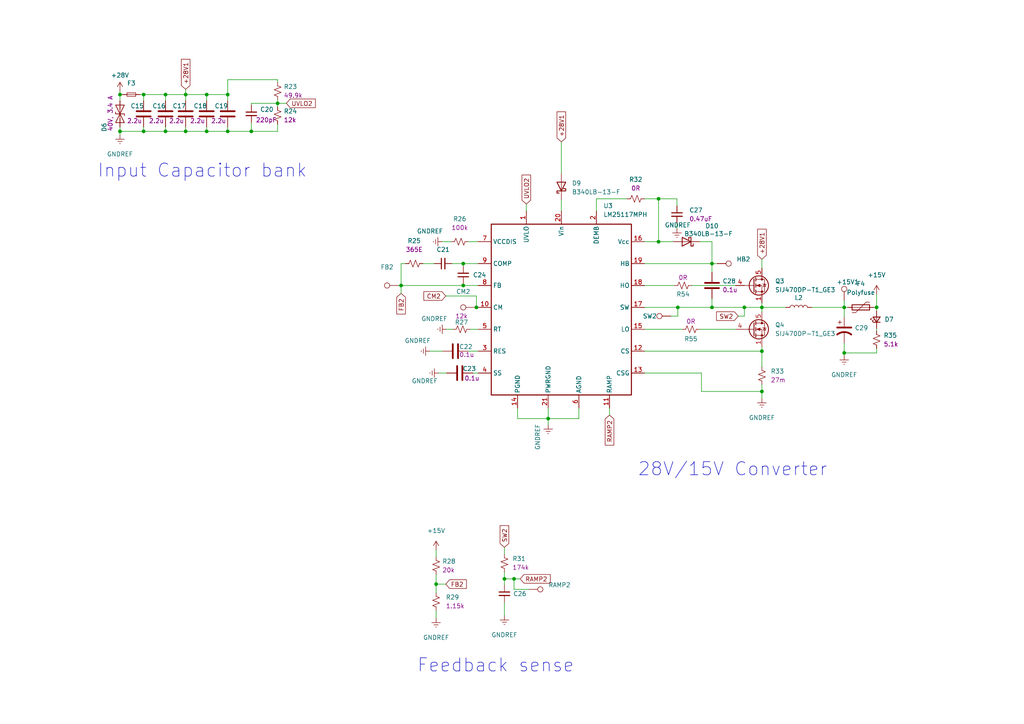
<source format=kicad_sch>
(kicad_sch (version 20211123) (generator eeschema)
  (paper "A4")
  (title_block (title "CON0100") (date "2023-01-12") (rev "V1.0") (company "Ati motors Pvt Ltd") (comment 1 "Aslesh Kumar A") (comment 2 "Designed By ") (comment 3 "Sudhir P") (comment 4 "Reviewed By") (comment 5 "Naveen ") (comment 6 "Approved by"))
  (lib_symbols
    (symbol "Ati:C_0.22uF_RAD_50V_20%" (pin_numbers hide) (pin_names (offset 0.254) hide)
      (property "Reference" "C14" (at 3.048 0.6351 0))
      (symbol "C_0.22uF_RAD_50V_20%_0_1"
        (polyline (pts (xy -2.032 0.762) (xy 2.032 0.762)) (stroke (width 0.508)))
        (polyline (pts (xy -1.778 2.286) (xy -0.762 2.286)))
        (polyline (pts (xy -1.27 1.778) (xy -1.27 2.794)))
        (arc (start 2.032 -1.27) (mid 0 -0.5572) (end -2.032 -1.27) (stroke (width 0.508)))
      )
      (symbol "C_0.22uF_RAD_50V_20%_1_1"
        (pin passive line (at 0 3.81 270) (length 2.794) (name "~") (number "1"))
        (pin passive line (at 0 -3.81 90) (length 3.302) (name "~") (number "2"))
      )
    )
    (symbol "Ati:C_0603_0.47uF_25V_CGA3E3X7R1E474K080AB" (pin_numbers hide) (pin_names (offset 0.254) hide)
      (property "Reference" "C39" (at 0 -5.588 90))
      (property "Val" "0.47uF" (at -0.508 -3.556 90))
      (symbol "C_0603_0.47uF_25V_CGA3E3X7R1E474K080AB_0_1"
        (polyline (pts (xy -1.524 -0.508) (xy 1.524 -0.508)) (stroke (width 0.3302)))
        (polyline (pts (xy -1.524 0.508) (xy 1.524 0.508)) (stroke (width 0.3048)))
      )
      (symbol "C_0603_0.47uF_25V_CGA3E3X7R1E474K080AB_1_1"
        (pin passive line (at 0 2.54 270) (length 2.032) (name "~") (number "1"))
        (pin passive line (at 0 -2.54 90) (length 2.032) (name "~") (number "2"))
      )
    )
    (symbol "Ati:C_0603_220pF_50V_ECJ-1VC1H221J" (pin_numbers hide) (pin_names (offset 0.254) hide)
      (property "Reference" "C6" (at 2.54 1.2638 0))
      (property "Val" "220pF" (at 1.27 -1.778 0))
      (symbol "C_0603_220pF_50V_ECJ-1VC1H221J_0_1"
        (polyline (pts (xy -1.524 -0.508) (xy 1.524 -0.508)) (stroke (width 0.3302)))
        (polyline (pts (xy -1.524 0.508) (xy 1.524 0.508)) (stroke (width 0.3048)))
      )
      (symbol "C_0603_220pF_50V_ECJ-1VC1H221J_1_1"
        (pin passive line (at 0 2.54 270) (length 2.032) (name "~") (number "1"))
        (pin passive line (at 0 -2.54 90) (length 2.032) (name "~") (number "2"))
      )
    )
    (symbol "Ati:C_150pF_0805_08055A151J4T4A" (pin_numbers hide) (pin_names (offset 0.254) hide)
      (property "Reference" "C24" (at 2.794 0.0065 0))
      (symbol "C_150pF_0805_08055A151J4T4A_0_1"
        (polyline (pts (xy -1.524 -0.508) (xy 1.524 -0.508)) (stroke (width 0.3302)))
        (polyline (pts (xy -1.524 0.508) (xy 1.524 0.508)) (stroke (width 0.3048)))
      )
      (symbol "C_150pF_0805_08055A151J4T4A_1_1"
        (pin passive line (at 0 2.54 270) (length 2.032) (name "~") (number "1"))
        (pin passive line (at 0 -2.54 90) (length 2.032) (name "~") (number "2"))
      )
    )
    (symbol "Ati:C_2.2u_1206_GCJ31CR71H225KA12L" (pin_numbers hide) (pin_names (offset 0.254))
      (property "Reference" "C19" (at 1.27 2.286 0))
      (property "Val" "2.2u" (at 0.254 -2.286 0))
      (symbol "C_2.2u_1206_GCJ31CR71H225KA12L_0_1"
        (polyline (pts (xy -2.032 -0.762) (xy 2.032 -0.762)) (stroke (width 0.508)))
        (polyline (pts (xy -2.032 0.762) (xy 2.032 0.762)) (stroke (width 0.508)))
      )
      (symbol "C_2.2u_1206_GCJ31CR71H225KA12L_1_1"
        (pin passive line (at 0 3.81 270) (length 2.794) (name "~") (number "1"))
        (pin passive line (at 0 -3.81 90) (length 2.794) (name "~") (number "2"))
      )
    )
    (symbol "Ati:C_4700pF_0805_CL21C472JAFNNNE" (pin_numbers hide) (pin_names (offset 0.254) hide)
      (property "Reference" "C21" (at 0.0063 4.064 90))
      (symbol "C_4700pF_0805_CL21C472JAFNNNE_0_1"
        (polyline (pts (xy -1.524 -0.508) (xy 1.524 -0.508)) (stroke (width 0.3302)))
        (polyline (pts (xy -1.524 0.508) (xy 1.524 0.508)) (stroke (width 0.3048)))
      )
      (symbol "C_4700pF_0805_CL21C472JAFNNNE_1_1"
        (pin passive line (at 0 2.54 270) (length 2.032) (name "~") (number "1"))
        (pin passive line (at 0 -2.54 90) (length 2.032) (name "~") (number "2"))
      )
    )
    (symbol "Ati:C_820pF_0603_50V_GCM1885C1H821JA16D" (pin_numbers hide) (pin_names (offset 0.254) hide)
      (property "Reference" "C36" (at 0 2.794 90))
      (property "Val" "820pF" (at -0.254 -2.54 90))
      (symbol "C_820pF_0603_50V_GCM1885C1H821JA16D_0_1"
        (polyline (pts (xy -1.524 -0.508) (xy 1.524 -0.508)) (stroke (width 0.3302)))
        (polyline (pts (xy -1.524 0.508) (xy 1.524 0.508)) (stroke (width 0.3048)))
      )
      (symbol "C_820pF_0603_50V_GCM1885C1H821JA16D_1_1"
        (pin passive line (at 0 2.54 270) (length 2.032) (name "~") (number "1"))
        (pin passive line (at 0 -2.54 90) (length 2.032) (name "~") (number "2"))
      )
    )
    (symbol "Ati:D_LED_0603_Green_150060GS75000" (pin_numbers hide) (pin_names (offset 0.254) hide)
      (property "Reference" "D3" (at -0.0635 4.064 0))
      (symbol "D_LED_0603_Green_150060GS75000_0_1"
        (polyline (pts (xy -0.762 -1.016) (xy -0.762 1.016)) (stroke (width 0.254)))
        (polyline (pts (xy 1.016 0) (xy -0.762 0)))
        (polyline (pts (xy 0.762 -1.016) (xy -0.762 0) (xy 0.762 1.016) (xy 0.762 -1.016)) (stroke (width 0.254)))
        (polyline (pts (xy 0 0.762) (xy -0.508 1.27) (xy -0.254 1.27) (xy -0.508 1.27) (xy -0.508 1.016)))
        (polyline (pts (xy 0.508 1.27) (xy 0 1.778) (xy 0.254 1.778) (xy 0 1.778) (xy 0 1.524)))
      )
      (symbol "D_LED_0603_Green_150060GS75000_1_1"
        (pin passive line (at -2.54 0 0) (length 1.778) (name "K") (number "1"))
        (pin passive line (at 2.54 0 180) (length 1.778) (name "A") (number "2"))
      )
    )
    (symbol "Ati:Fuse_1206_SlowBlow_SF-1206SA350M-2" (pin_numbers hide) (pin_names (offset 0.254) hide)
      (property "Reference" "F1" (at 0 5.842 0))
      (symbol "Fuse_1206_SlowBlow_SF-1206SA350M-2_0_1"
        (rectangle (start -1.27 0.508) (end 1.27 -0.508))
        (polyline (pts (xy -1.27 0) (xy 1.27 0)))
      )
      (symbol "Fuse_1206_SlowBlow_SF-1206SA350M-2_1_1"
        (pin passive line (at -2.54 0 0) (length 1.27) (name "~") (number "1"))
        (pin passive line (at 2.54 0 180) (length 1.27) (name "~") (number "2"))
      )
    )
    (symbol "Ati:LM25117MPH"
      (property "Reference" "U" (at 0 24.13 0))
      (property "Value" "LM25117MPH" (at 0 26.67 0))
      (symbol "LM25117MPH_0_1"
        (rectangle (start -20.32 49.53) (end 20.32 0) (stroke (width 0.3)))
      )
      (symbol "LM25117MPH_1_1"
        (pin input line (at -10.16 53.34 270) (length 3.8) (name "UVLO") (number "1"))
        (pin input line (at -24.13 25.4 0) (length 3.8) (name "CM") (number "10"))
        (pin input line (at 13.97 -3.81 90) (length 3.8) (name "RAMP") (number "11"))
        (pin input line (at 24.13 12.7 180) (length 3.8) (name "CS") (number "12"))
        (pin input line (at 24.13 6.35 180) (length 3.8) (name "CSG") (number "13"))
        (pin input line (at -12.7 -3.81 90) (length 3.8) (name "PGND") (number "14"))
        (pin input line (at 24.13 19.05 180) (length 3.8) (name "LO") (number "15"))
        (pin input line (at 24.13 44.45 180) (length 3.8) (name "Vcc") (number "16"))
        (pin input line (at 24.13 25.4 180) (length 3.8) (name "SW") (number "17"))
        (pin input line (at 24.13 31.75 180) (length 3.8) (name "HO") (number "18"))
        (pin input line (at 24.13 38.1 180) (length 3.8) (name "HB") (number "19"))
        (pin input line (at 10.16 53.34 270) (length 3.8) (name "DEMB") (number "2"))
        (pin input line (at 0 53.34 270) (length 3.8) (name "Vin") (number "20"))
        (pin input line (at -3.81 -3.81 90) (length 3.8) (name "PWRGND") (number "21"))
        (pin input line (at -24.13 12.7 0) (length 3.8) (name "RES") (number "3"))
        (pin input line (at -24.13 6.35 0) (length 3.8) (name "SS") (number "4"))
        (pin input line (at -24.13 19.05 0) (length 3.8) (name "RT") (number "5"))
        (pin input line (at 5.08 -3.81 90) (length 3.8) (name "AGND") (number "6"))
        (pin input line (at -24.13 44.45 0) (length 3.8) (name "VCCDIS") (number "7"))
        (pin input line (at -24.13 31.75 0) (length 3.8) (name "FB") (number "8"))
        (pin input line (at -24.13 38.1 0) (length 3.8) (name "COMP") (number "9"))
      )
    )
    (symbol "Ati:L_33uH_3A_60mOhms_SMD_12.5mmx12.5mm" (pin_numbers hide) (pin_names (offset 1.016) hide)
      (property "Reference" "L2" (at 0 2.794 90))
      (symbol "L_33uH_3A_60mOhms_SMD_12.5mmx12.5mm_0_1"
        (arc (start 0 -2.54) (mid 0.635 -1.905) (end 0 -1.27))
        (arc (start 0 -1.27) (mid 0.635 -0.635) (end 0 0))
        (arc (start 0 0) (mid 0.635 0.635) (end 0 1.27))
        (arc (start 0 1.27) (mid 0.635 1.905) (end 0 2.54))
      )
      (symbol "L_33uH_3A_60mOhms_SMD_12.5mmx12.5mm_1_1"
        (pin passive line (at 0 3.81 270) (length 1.27) (name "1") (number "1"))
        (pin passive line (at 0 -3.81 90) (length 1.27) (name "2") (number "2"))
      )
    )
    (symbol "Ati:R_0R_0603_ERJ-3GEY0R00V" (pin_numbers hide) (pin_names (offset 0.254) hide)
      (property "Reference" "R" (at 0.762 0.508 0))
      (property "Val" "0R" (at 2.54 0 0))
      (symbol "R_0R_0603_ERJ-3GEY0R00V_1_1"
        (polyline (pts (xy 0 0) (xy 1.016 -0.381) (xy 0 -0.762) (xy -1.016 -1.143) (xy 0 -1.524)))
        (polyline (pts (xy 0 1.524) (xy 1.016 1.143) (xy 0 0.762) (xy -1.016 0.381) (xy 0 0)))
        (pin passive line (at 0 2.54 270) (length 1.016) (name "~") (number "1"))
        (pin passive line (at 0 -2.54 90) (length 1.016) (name "~") (number "2"))
      )
    )
    (symbol "Ati:R_1.15k_0603_ERJ-3EKF1151V" (pin_numbers hide) (pin_names (offset 0.254) hide)
      (property "Reference" "R29" (at 2.794 1.2701 0))
      (property "Val" "1.15k" (at 2.794 -1.2699 0))
      (symbol "R_1.15k_0603_ERJ-3EKF1151V_1_1"
        (polyline (pts (xy 0 0) (xy 1.016 -0.381) (xy 0 -0.762) (xy -1.016 -1.143) (xy 0 -1.524)))
        (polyline (pts (xy 0 1.524) (xy 1.016 1.143) (xy 0 0.762) (xy -1.016 0.381) (xy 0 0)))
        (pin passive line (at 0 2.54 270) (length 1.016) (name "~") (number "1"))
        (pin passive line (at 0 -2.54 90) (length 1.016) (name "~") (number "2"))
      )
    )
    (symbol "Ati:R_100k_0603_1{slash}10W_CRGP0603F100K" (pin_numbers hide) (pin_names (offset 0.254) hide)
      (property "Reference" "R10" (at 0 6.604 90))
      (property "Val" "100k" (at 0 4.064 90))
      (symbol "R_100k_0603_1{slash}10W_CRGP0603F100K_1_1"
        (polyline (pts (xy 0 0) (xy 1.016 -0.381) (xy 0 -0.762) (xy -1.016 -1.143) (xy 0 -1.524)))
        (polyline (pts (xy 0 1.524) (xy 1.016 1.143) (xy 0 0.762) (xy -1.016 0.381) (xy 0 0)))
        (pin passive line (at 0 2.54 270) (length 1.016) (name "~") (number "1"))
        (pin passive line (at 0 -2.54 90) (length 1.016) (name "~") (number "2"))
      )
    )
    (symbol "Ati:R_12k_0603_ERJ3EKF1202V" (pin_numbers hide) (pin_names (offset 0.254) hide)
      (property "Reference" "R11" (at 0 2.032 90))
      (property "Val" "12k" (at 0 3.81 90))
      (symbol "R_12k_0603_ERJ3EKF1202V_1_1"
        (polyline (pts (xy 0 0) (xy 1.016 -0.381) (xy 0 -0.762) (xy -1.016 -1.143) (xy 0 -1.524)))
        (polyline (pts (xy 0 1.524) (xy 1.016 1.143) (xy 0 0.762) (xy -1.016 0.381) (xy 0 0)))
        (pin passive line (at 0 2.54 270) (length 1.016) (name "~") (number "1"))
        (pin passive line (at 0 -2.54 90) (length 1.016) (name "~") (number "2"))
      )
    )
    (symbol "Ati:R_174k_0603_ERJ-3EKF1743V" (pin_numbers hide) (pin_names (offset 0.254) hide)
      (property "Reference" "R31" (at 2.286 1.2701 0))
      (property "Val" "174k" (at 2.286 -1.2699 0))
      (symbol "R_174k_0603_ERJ-3EKF1743V_1_1"
        (polyline (pts (xy 0 0) (xy 1.016 -0.381) (xy 0 -0.762) (xy -1.016 -1.143) (xy 0 -1.524)))
        (polyline (pts (xy 0 1.524) (xy 1.016 1.143) (xy 0 0.762) (xy -1.016 0.381) (xy 0 0)))
        (pin passive line (at 0 2.54 270) (length 1.016) (name "~") (number "1"))
        (pin passive line (at 0 -2.54 90) (length 1.016) (name "~") (number "2"))
      )
    )
    (symbol "Ati:R_20k_0603_ERJ-3EKF2002V" (pin_numbers hide) (pin_names (offset 0.254) hide)
      (property "Reference" "R28" (at 1.778 1.2701 0))
      (property "Val" "20k" (at 1.778 -1.2699 0))
      (symbol "R_20k_0603_ERJ-3EKF2002V_1_1"
        (polyline (pts (xy 0 0) (xy 1.016 -0.381) (xy 0 -0.762) (xy -1.016 -1.143) (xy 0 -1.524)))
        (polyline (pts (xy 0 1.524) (xy 1.016 1.143) (xy 0 0.762) (xy -1.016 0.381) (xy 0 0)))
        (pin passive line (at 0 2.54 270) (length 1.016) (name "~") (number "1"))
        (pin passive line (at 0 -2.54 90) (length 1.016) (name "~") (number "2"))
      )
    )
    (symbol "Ati:R_27mOhms_0805_ERJ-6BWFR027V" (pin_numbers hide) (pin_names (offset 0.254) hide)
      (property "Reference" "R16" (at 2.54 1.2701 0))
      (property "Val" "27m" (at 2.54 -1.2699 0))
      (symbol "R_27mOhms_0805_ERJ-6BWFR027V_1_1"
        (polyline (pts (xy 0 0) (xy 1.016 -0.381) (xy 0 -0.762) (xy -1.016 -1.143) (xy 0 -1.524)))
        (polyline (pts (xy 0 1.524) (xy 1.016 1.143) (xy 0 0.762) (xy -1.016 0.381) (xy 0 0)))
        (pin passive line (at 0 2.54 270) (length 1.016) (name "~") (number "1"))
        (pin passive line (at 0 -2.54 90) (length 1.016) (name "~") (number "2"))
      )
    )
    (symbol "Ati:R_365R_0603_ERA-3AEB3650V" (pin_numbers hide) (pin_names (offset 0.254) hide)
      (property "Reference" "R25" (at 0 6.604 90))
      (property "Val" "365E" (at 0 4.064 90))
      (symbol "R_365R_0603_ERA-3AEB3650V_1_1"
        (polyline (pts (xy 0 0) (xy 1.016 -0.381) (xy 0 -0.762) (xy -1.016 -1.143) (xy 0 -1.524)))
        (polyline (pts (xy 0 1.524) (xy 1.016 1.143) (xy 0 0.762) (xy -1.016 0.381) (xy 0 0)))
        (pin passive line (at 0 2.54 270) (length 1.016) (name "~") (number "1"))
        (pin passive line (at 0 -2.54 90) (length 1.016) (name "~") (number "2"))
      )
    )
    (symbol "Ati:R_49.9k_0603_ERJ3EKF4992V" (pin_numbers hide) (pin_names (offset 0.254) hide)
      (property "Reference" "R7" (at 1.778 1.2701 0))
      (property "Val" "49.9k" (at 1.778 -1.2699 0))
      (symbol "R_49.9k_0603_ERJ3EKF4992V_1_1"
        (polyline (pts (xy 0 0) (xy 1.016 -0.381) (xy 0 -0.762) (xy -1.016 -1.143) (xy 0 -1.524)))
        (polyline (pts (xy 0 1.524) (xy 1.016 1.143) (xy 0 0.762) (xy -1.016 0.381) (xy 0 0)))
        (pin passive line (at 0 2.54 270) (length 1.016) (name "~") (number "1"))
        (pin passive line (at 0 -2.54 90) (length 1.016) (name "~") (number "2"))
      )
    )
    (symbol "Ati:R_5.1k_0603_RC0603FR-075K1L" (pin_numbers hide) (pin_names (offset 0.254) hide)
      (property "Reference" "R?" (at 2.032 1.2701 0))
      (property "Val" "5.1k" (at 2.032 -1.2699 0))
      (symbol "R_5.1k_0603_RC0603FR-075K1L_1_1"
        (polyline (pts (xy 0 0) (xy 1.016 -0.381) (xy 0 -0.762) (xy -1.016 -1.143) (xy 0 -1.524)))
        (polyline (pts (xy 0 1.524) (xy 1.016 1.143) (xy 0 0.762) (xy -1.016 0.381) (xy 0 0)))
        (pin passive line (at 0 2.54 270) (length 1.016) (name "~") (number "1"))
        (pin passive line (at 0 -2.54 90) (length 1.016) (name "~") (number "2"))
      )
    )
    (symbol "Ati:SIJ470DP-T1_GE3" (pin_names hide)
      (property "Reference" "Q1" (at 6.35 1.2701 0))
      (property "Value" "SIJ470DP-T1_GE3" (at 6.35 -1.2699 0))
      (symbol "SIJ470DP-T1_GE3_0_1"
        (polyline (pts (xy 0.254 0) (xy -2.54 0)))
        (polyline (pts (xy 0.254 1.905) (xy 0.254 -1.905)) (stroke (width 0.254)))
        (polyline (pts (xy 0.762 -1.27) (xy 0.762 -2.286)) (stroke (width 0.254)))
        (polyline (pts (xy 0.762 0.508) (xy 0.762 -0.508)) (stroke (width 0.254)))
        (polyline (pts (xy 0.762 2.286) (xy 0.762 1.27)) (stroke (width 0.254)))
        (polyline (pts (xy 2.54 2.54) (xy 2.54 1.778)))
        (polyline (pts (xy 2.54 -2.54) (xy 2.54 0) (xy 0.762 0)))
        (polyline (pts (xy 0.762 -1.778) (xy 3.302 -1.778) (xy 3.302 1.778) (xy 0.762 1.778)))
        (polyline (pts (xy 1.016 0) (xy 2.032 0.381) (xy 2.032 -0.381) (xy 1.016 0)) (fill (type outline)))
        (polyline (pts (xy 2.794 0.508) (xy 2.921 0.381) (xy 3.683 0.381) (xy 3.81 0.254)))
        (polyline (pts (xy 3.302 0.381) (xy 2.921 -0.254) (xy 3.683 -0.254) (xy 3.302 0.381)))
        (circle (center 1.651 0) (radius 2.794) (stroke (width 0.254)))
        (circle (center 2.54 -1.778) (radius 0.254) (fill (type outline)))
        (circle (center 2.54 1.778) (radius 0.254) (fill (type outline)))
      )
      (symbol "SIJ470DP-T1_GE3_1_1"
        (pin passive line (at 2.54 -5.08 90) (length 2.54) (name "S") (number "1"))
        (pin passive line (at 2.54 -5.08 90) (length 2.54) hide (name "S") (number "2"))
        (pin passive line (at 2.54 -5.08 90) (length 2.54) hide (name "S") (number "3"))
        (pin input line (at -5.08 0 0) (length 2.54) (name "G") (number "4"))
        (pin passive line (at 2.54 5.08 270) (length 2.54) (name "D") (number "5"))
      )
    )
    (symbol "Ati_Anand:C_0603_0.1u_50V_C0603C104K5RACAUTO" (pin_numbers hide) (pin_names (offset 0.254))
      (property "Reference" "C" (at 0.635 2.54 0))
      (property "Val" "0.1u" (at 5.08 0 0))
      (symbol "C_0603_0.1u_50V_C0603C104K5RACAUTO_0_1"
        (polyline (pts (xy -2.032 -0.762) (xy 2.032 -0.762)) (stroke (width 0.508)))
        (polyline (pts (xy -2.032 0.762) (xy 2.032 0.762)) (stroke (width 0.508)))
      )
      (symbol "C_0603_0.1u_50V_C0603C104K5RACAUTO_1_1"
        (pin passive line (at 0 3.81 270) (length 2.794) (name "~") (number "1"))
        (pin passive line (at 0 -3.81 90) (length 2.794) (name "~") (number "2"))
      )
    )
    (symbol "Ati_Anand:D_TVS_58.1V_ATV02W360B-HF" (pin_numbers hide) (pin_names (offset 1.016) hide)
      (property "Reference" "D" (at 0 2.54 0))
      (property "Val" "58V, 3.4 A" (at 0 0 0))
      (symbol "D_TVS_58.1V_ATV02W360B-HF_0_1"
        (polyline (pts (xy 1.27 0) (xy -1.27 0)))
        (polyline (pts (xy -2.54 -1.27) (xy 0 0) (xy -2.54 1.27) (xy -2.54 -1.27)) (stroke (width 0.2032)))
        (polyline (pts (xy 0.508 1.27) (xy 0 1.27) (xy 0 -1.27) (xy -0.508 -1.27)) (stroke (width 0.2032)))
        (polyline (pts (xy 2.54 1.27) (xy 2.54 -1.27) (xy 0 0) (xy 2.54 1.27)) (stroke (width 0.2032)))
      )
      (symbol "D_TVS_58.1V_ATV02W360B-HF_1_1"
        (pin passive line (at -3.81 0 0) (length 2.54) (name "A1") (number "1"))
        (pin passive line (at 3.81 0 180) (length 2.54) (name "A2") (number "2"))
      )
    )
    (symbol "Connector:TestPoint" (pin_numbers hide) (pin_names (offset 0.762) hide)
      (property "Reference" "TP" (at 0 6.858 0))
      (property "Value" "TestPoint" (at 0 5.08 0))
      (symbol "TestPoint_0_1"
        (circle (center 0 3.302) (radius 0.762))
      )
      (symbol "TestPoint_1_1"
        (pin passive line (at 0 0 90) (length 2.54) (name "1") (number "1"))
      )
    )
    (symbol "Device:Polyfuse" (pin_numbers hide) (pin_names (offset 0))
      (property "Reference" "F" (at -2.54 0 90))
      (property "Value" "Polyfuse" (at 2.54 0 90))
      (symbol "Polyfuse_0_1"
        (rectangle (start -0.762 2.54) (end 0.762 -2.54) (stroke (width 0.254)))
        (polyline (pts (xy 0 2.54) (xy 0 -2.54)))
        (polyline (pts (xy -1.524 2.54) (xy -1.524 1.524) (xy 1.524 -1.524) (xy 1.524 -2.54)))
      )
      (symbol "Polyfuse_1_1"
        (pin passive line (at 0 3.81 270) (length 1.27) (name "~") (number "1"))
        (pin passive line (at 0 -3.81 90) (length 1.27) (name "~") (number "2"))
      )
    )
    (symbol "Diode:B340" (pin_numbers hide) (pin_names (offset 1.016) hide)
      (property "Reference" "D" (at 0 2.54 0))
      (property "Value" "B340" (at 0 -2.54 0))
      (symbol "B340_0_1"
        (polyline (pts (xy 1.27 0) (xy -1.27 0)))
        (polyline (pts (xy 1.27 1.27) (xy 1.27 -1.27) (xy -1.27 0) (xy 1.27 1.27)) (stroke (width 0.254)))
        (polyline (pts (xy -1.905 0.635) (xy -1.905 1.27) (xy -1.27 1.27) (xy -1.27 -1.27) (xy -0.635 -1.27) (xy -0.635 -0.635)) (stroke (width 0.254)))
      )
      (symbol "B340_1_1"
        (pin passive line (at -3.81 0 0) (length 2.54) (name "K") (number "1"))
        (pin passive line (at 3.81 0 180) (length 2.54) (name "A") (number "2"))
      )
    )
    (symbol "power:+15V" (power) (pin_names (offset 0))
      (property "Value" "+15V" (at 0 3.556 0))
      (symbol "+15V_0_1"
        (polyline (pts (xy -0.762 1.27) (xy 0 2.54)))
        (polyline (pts (xy 0 0) (xy 0 2.54)))
        (polyline (pts (xy 0 2.54) (xy 0.762 1.27)))
      )
      (symbol "+15V_1_1"
        (pin power_in line (at 0 0 90) (length 0) hide (name "+15V") (number "1"))
      )
    )
    (symbol "power:+28V" (power) (pin_names (offset 0))
      (property "Value" "+28V" (at 0 3.81 0))
      (symbol "+28V_0_1"
        (polyline (pts (xy -0.762 1.27) (xy 0 2.54)))
        (polyline (pts (xy 0 0) (xy 0 2.54)))
        (polyline (pts (xy 0 2.54) (xy 0.762 1.27)))
      )
      (symbol "+28V_1_1"
        (pin power_in line (at 0 0 90) (length 0) hide (name "+28V") (number "1"))
      )
    )
    (symbol "power:GNDREF" (power) (pin_names (offset 0))
      (property "Value" "GNDREF" (at 0 -3.81 0))
      (symbol "GNDREF_0_1"
        (polyline (pts (xy -0.635 -1.905) (xy 0.635 -1.905)))
        (polyline (pts (xy -0.127 -2.54) (xy 0.127 -2.54)))
        (polyline (pts (xy 0 -1.27) (xy 0 0)))
        (polyline (pts (xy 1.27 -1.27) (xy -1.27 -1.27)))
      )
      (symbol "GNDREF_1_1"
        (pin power_in line (at 0 0 270) (length 0) hide (name "GNDREF") (number "1"))
      )
    )
  )
  (junction (at 53.848 27.432))
  (junction (at 149.098 167.894))
  (junction (at 191.008 57.658))
  (junction (at 254.254 89.154))
  (junction (at 220.98 89.154))
  (junction (at 134.366 76.454))
  (junction (at 206.502 89.154))
  (junction (at 196.596 89.154))
  (junction (at 215.9 89.154))
  (junction (at 244.856 102.362))
  (junction (at 80.518 29.972))
  (junction (at 146.304 167.894))
  (junction (at 34.798 27.432))
  (junction (at 66.04 38.1))
  (junction (at 48.006 27.432))
  (junction (at 134.366 82.804))
  (junction (at 41.656 27.432))
  (junction (at 220.98 113.538))
  (junction (at 191.008 70.104))
  (junction (at 244.856 89.154))
  (junction (at 220.98 101.854))
  (junction (at 126.492 169.418))
  (junction (at 116.332 82.804))
  (junction (at 53.848 38.1))
  (junction (at 34.798 38.1))
  (junction (at 138.176 89.154))
  (junction (at 66.04 27.432))
  (junction (at 41.656 38.1))
  (junction (at 48.006 38.1))
  (junction (at 59.944 38.1))
  (junction (at 206.502 76.454))
  (junction (at 59.944 27.432))
  (junction (at 159.004 121.412))
  (junction (at 72.898 38.1))
  (wire (pts (xy 186.944 108.204) (xy 203.454 108.204)))
  (wire (pts (xy 162.814 57.912) (xy 162.814 61.214)))
  (wire (pts (xy 66.04 36.83) (xy 66.04 38.1)))
  (wire (pts (xy 80.518 28.956) (xy 80.518 29.972)))
  (wire (pts (xy 196.342 57.658) (xy 191.008 57.658)))
  (wire (pts (xy 59.944 38.1) (xy 53.848 38.1)))
  (wire (pts (xy 244.856 89.154) (xy 245.872 89.154)))
  (wire (pts (xy 34.798 36.83) (xy 34.798 38.1)))
  (wire (pts (xy 59.944 27.432) (xy 66.04 27.432)))
  (wire (pts (xy 72.898 38.1) (xy 66.04 38.1)))
  (wire (pts (xy 134.366 82.296) (xy 134.366 82.804)))
  (wire (pts (xy 146.304 167.894) (xy 146.304 169.672)))
  (wire (pts (xy 149.098 167.894) (xy 146.304 167.894)))
  (wire (pts (xy 115.57 82.804) (xy 116.332 82.804)))
  (wire (pts (xy 203.454 113.538) (xy 220.98 113.538)))
  (wire (pts (xy 41.656 36.83) (xy 41.656 38.1)))
  (wire (pts (xy 134.366 77.216) (xy 134.366 76.454)))
  (wire (pts (xy 162.814 41.148) (xy 162.814 50.292)))
  (wire (pts (xy 206.502 70.104) (xy 202.946 70.104)))
  (wire (pts (xy 128.27 70.104) (xy 130.81 70.104)))
  (wire (pts (xy 138.176 89.154) (xy 138.684 89.154)))
  (wire (pts (xy 244.856 99.568) (xy 244.856 102.362)))
  (wire (pts (xy 194.564 91.694) (xy 196.596 91.694)))
  (wire (pts (xy 244.856 87.122) (xy 244.856 89.154)))
  (wire (pts (xy 48.006 38.1) (xy 41.656 38.1)))
  (wire (pts (xy 80.518 36.068) (xy 80.518 38.1)))
  (wire (pts (xy 48.006 29.21) (xy 48.006 27.432)))
  (wire (pts (xy 150.114 121.412) (xy 159.004 121.412)))
  (wire (pts (xy 117.602 76.454) (xy 116.332 76.454)))
  (wire (pts (xy 116.332 82.804) (xy 134.366 82.804)))
  (wire (pts (xy 72.898 35.56) (xy 72.898 38.1)))
  (wire (pts (xy 80.518 23.876) (xy 80.518 23.114)))
  (wire (pts (xy 126.492 159.512) (xy 126.492 161.544)))
  (wire (pts (xy 126.492 177.038) (xy 126.492 179.324)))
  (wire (pts (xy 220.98 89.154) (xy 227.838 89.154)))
  (wire (pts (xy 136.398 95.504) (xy 138.684 95.504)))
  (wire (pts (xy 206.502 76.454) (xy 208.026 76.454)))
  (wire (pts (xy 176.784 118.364) (xy 176.784 120.396)))
  (wire (pts (xy 66.04 27.432) (xy 66.04 29.21)))
  (wire (pts (xy 134.366 76.454) (xy 138.684 76.454)))
  (wire (pts (xy 80.518 38.1) (xy 72.898 38.1)))
  (wire (pts (xy 59.944 27.432) (xy 59.944 29.21)))
  (wire (pts (xy 126.492 166.624) (xy 126.492 169.418)))
  (wire (pts (xy 206.502 76.454) (xy 206.502 70.104)))
  (wire (pts (xy 137.668 89.154) (xy 138.176 89.154)))
  (wire (pts (xy 152.654 59.182) (xy 152.654 61.214)))
  (wire (pts (xy 186.944 57.658) (xy 191.008 57.658)))
  (wire (pts (xy 129.54 95.504) (xy 131.318 95.504)))
  (wire (pts (xy 72.898 29.972) (xy 80.518 29.972)))
  (wire (pts (xy 150.114 118.364) (xy 150.114 121.412)))
  (wire (pts (xy 196.342 59.69) (xy 196.342 57.658)))
  (wire (pts (xy 137.16 108.204) (xy 138.684 108.204)))
  (wire (pts (xy 196.596 89.154) (xy 186.944 89.154)))
  (wire (pts (xy 186.944 101.854) (xy 220.98 101.854)))
  (wire (pts (xy 254.254 102.362) (xy 244.856 102.362)))
  (wire (pts (xy 146.304 165.862) (xy 146.304 167.894)))
  (wire (pts (xy 206.502 76.454) (xy 206.502 78.994)))
  (wire (pts (xy 200.66 82.804) (xy 213.36 82.804)))
  (wire (pts (xy 215.9 89.154) (xy 220.98 89.154)))
  (wire (pts (xy 59.944 36.83) (xy 59.944 38.1)))
  (wire (pts (xy 202.946 95.504) (xy 213.36 95.504)))
  (wire (pts (xy 186.944 82.804) (xy 195.58 82.804)))
  (wire (pts (xy 150.876 167.894) (xy 149.098 167.894)))
  (wire (pts (xy 80.518 23.114) (xy 66.04 23.114)))
  (wire (pts (xy 206.502 89.154) (xy 196.596 89.154)))
  (wire (pts (xy 220.98 113.538) (xy 220.98 115.57)))
  (wire (pts (xy 196.342 64.77) (xy 196.342 66.294)))
  (wire (pts (xy 80.518 29.972) (xy 83.058 29.972)))
  (wire (pts (xy 220.98 101.854) (xy 220.98 106.426)))
  (wire (pts (xy 220.98 111.506) (xy 220.98 113.538)))
  (wire (pts (xy 214.122 91.694) (xy 215.9 91.694)))
  (wire (pts (xy 122.682 76.454) (xy 125.984 76.454)))
  (wire (pts (xy 206.502 86.614) (xy 206.502 89.154)))
  (wire (pts (xy 254.254 95.25) (xy 254.254 96.012)))
  (wire (pts (xy 135.89 70.104) (xy 138.684 70.104)))
  (wire (pts (xy 244.856 102.362) (xy 244.856 103.124)))
  (wire (pts (xy 124.714 101.854) (xy 128.27 101.854)))
  (wire (pts (xy 116.332 76.454) (xy 116.332 82.804)))
  (wire (pts (xy 34.798 27.432) (xy 34.798 29.21)))
  (wire (pts (xy 254.254 89.154) (xy 254.254 90.17)))
  (wire (pts (xy 149.098 170.942) (xy 149.098 167.894)))
  (wire (pts (xy 146.304 158.75) (xy 146.304 160.782)))
  (wire (pts (xy 41.656 38.1) (xy 34.798 38.1)))
  (wire (pts (xy 72.898 30.48) (xy 72.898 29.972)))
  (wire (pts (xy 34.798 38.1) (xy 34.798 39.116)))
  (wire (pts (xy 159.004 118.364) (xy 159.004 121.412)))
  (wire (pts (xy 138.176 85.852) (xy 138.176 89.154)))
  (wire (pts (xy 53.848 38.1) (xy 48.006 38.1)))
  (wire (pts (xy 191.008 57.658) (xy 191.008 70.104)))
  (wire (pts (xy 235.458 89.154) (xy 244.856 89.154)))
  (wire (pts (xy 48.006 27.432) (xy 53.848 27.432)))
  (wire (pts (xy 135.89 101.854) (xy 138.684 101.854)))
  (wire (pts (xy 196.596 91.694) (xy 196.596 89.154)))
  (wire (pts (xy 146.304 174.752) (xy 146.304 178.562)))
  (wire (pts (xy 41.656 29.21) (xy 41.656 27.432)))
  (wire (pts (xy 220.98 101.854) (xy 220.98 100.584)))
  (wire (pts (xy 53.848 25.908) (xy 53.848 27.432)))
  (wire (pts (xy 220.98 87.884) (xy 220.98 89.154)))
  (wire (pts (xy 172.974 57.658) (xy 181.864 57.658)))
  (wire (pts (xy 244.856 89.154) (xy 244.856 91.948)))
  (wire (pts (xy 153.416 170.942) (xy 149.098 170.942)))
  (wire (pts (xy 186.944 95.504) (xy 197.866 95.504)))
  (wire (pts (xy 40.64 27.432) (xy 41.656 27.432)))
  (wire (pts (xy 220.98 89.154) (xy 220.98 90.424)))
  (wire (pts (xy 66.04 23.114) (xy 66.04 27.432)))
  (wire (pts (xy 186.944 76.454) (xy 206.502 76.454)))
  (wire (pts (xy 48.006 36.83) (xy 48.006 38.1)))
  (wire (pts (xy 53.848 36.83) (xy 53.848 38.1)))
  (wire (pts (xy 129.286 85.852) (xy 138.176 85.852)))
  (wire (pts (xy 48.006 27.432) (xy 41.656 27.432)))
  (wire (pts (xy 53.848 27.432) (xy 59.944 27.432)))
  (wire (pts (xy 134.366 82.804) (xy 138.684 82.804)))
  (wire (pts (xy 191.008 70.104) (xy 195.326 70.104)))
  (wire (pts (xy 127.254 108.204) (xy 129.54 108.204)))
  (wire (pts (xy 167.894 118.364) (xy 167.894 121.412)))
  (wire (pts (xy 34.798 27.432) (xy 35.56 27.432)))
  (wire (pts (xy 203.454 108.204) (xy 203.454 113.538)))
  (wire (pts (xy 131.064 76.454) (xy 134.366 76.454)))
  (wire (pts (xy 253.492 89.154) (xy 254.254 89.154)))
  (wire (pts (xy 167.894 121.412) (xy 159.004 121.412)))
  (wire (pts (xy 254.254 101.092) (xy 254.254 102.362)))
  (wire (pts (xy 66.04 38.1) (xy 59.944 38.1)))
  (wire (pts (xy 172.974 61.214) (xy 172.974 57.658)))
  (wire (pts (xy 80.518 29.972) (xy 80.518 30.988)))
  (wire (pts (xy 126.492 169.418) (xy 126.492 171.958)))
  (wire (pts (xy 159.004 121.412) (xy 159.004 123.19)))
  (wire (pts (xy 220.98 75.184) (xy 220.98 77.724)))
  (wire (pts (xy 254.254 85.344) (xy 254.254 89.154)))
  (wire (pts (xy 116.332 82.804) (xy 116.332 85.09)))
  (wire (pts (xy 215.9 91.694) (xy 215.9 89.154)))
  (wire (pts (xy 186.944 70.104) (xy 191.008 70.104)))
  (wire (pts (xy 126.492 169.418) (xy 129.286 169.418)))
  (wire (pts (xy 206.502 89.154) (xy 215.9 89.154)))
  (wire (pts (xy 53.848 27.432) (xy 53.848 29.21)))
  (wire (pts (xy 34.798 26.416) (xy 34.798 27.432)))
  (text "28V/15V Converter" (at 184.912 138.43 0) (effects (font (size 3.81 3.81)) (justify left bottom)))
  (text "Feedback sense" (at 120.904 195.326 0) (effects (font (size 3.81 3.81)) (justify left bottom)))
  (text "Input Capacitor bank" (at 28.194 51.816 0) (effects (font (size 3.81 3.81)) (justify left bottom)))
  (global_label "SW2" (shape input) (at 146.304 158.75 90) (property "Intersheet References" "${INTERSHEET_REFS}" (effects hide)))
  (global_label "+28V1" (shape input) (at 53.848 25.908 90) (property "Intersheet References" "${INTERSHEET_REFS}" (effects hide)))
  (global_label "FB2" (shape input) (at 129.286 169.418 0) (property "Intersheet References" "${INTERSHEET_REFS}" (effects hide)))
  (global_label "+28V1" (shape input) (at 162.814 41.148 90) (property "Intersheet References" "${INTERSHEET_REFS}" (effects hide)))
  (global_label "+28V1" (shape input) (at 220.98 75.184 90) (property "Intersheet References" "${INTERSHEET_REFS}" (effects hide)))
  (global_label "CM2" (shape input) (at 129.286 85.852 180) (property "Intersheet References" "${INTERSHEET_REFS}" (effects hide)))
  (global_label "UVLO2" (shape input) (at 152.654 59.182 90) (property "Intersheet References" "${INTERSHEET_REFS}" (effects hide)))
  (global_label "RAMP2" (shape input) (at 150.876 167.894 0) (property "Intersheet References" "${INTERSHEET_REFS}" (effects hide)))
  (global_label "SW2" (shape input) (at 214.122 91.694 180) (property "Intersheet References" "${INTERSHEET_REFS}" (effects hide)))
  (global_label "RAMP2" (shape input) (at 176.784 120.396 270) (property "Intersheet References" "${INTERSHEET_REFS}" (effects hide)))
  (global_label "FB2" (shape input) (at 116.332 85.09 270) (property "Intersheet References" "${INTERSHEET_REFS}" (effects hide)))
  (global_label "UVLO2" (shape input) (at 83.058 29.972 0) (property "Intersheet References" "${INTERSHEET_REFS}" (effects hide)))
  (symbol (lib_id "Ati:C_0.22uF_RAD_50V_20%") (at 244.856 95.758 0) (unit 1)
    (property "Reference" "C29" (at 247.904 95.1229 0) (effects (justify left)))
    (property "Value" "C_0.22uF_RAD_50V_20%" (effects hide))
    (property "Footprint" "Capacitor_SMD:C_Elec_4x5.4" (effects hide))
    (property "Datasheet" "https://www.nichicon.co.jp/english/products/pdfs/e-uwp.pdf" (effects hide))
    (property "Val" "0.22uF, 50V, 20%" (effects hide))
    (property "MPN" "UWP1HR22MCL1GB" (effects hide))
  )
  (symbol (lib_id "Ati:R_174k_0603_ERJ-3EKF1743V") (at 146.304 163.322 0) (unit 1)
    (property "Reference" "R31" (at 148.59 162.0519 0) (effects (justify left)))
    (property "Value" "R_174k_0603_ERJ-3EKF1743V" (effects hide))
    (property "Footprint" "Resistor_SMD:R_0603_1608Metric_Pad0.98x0.95mm_HandSolder" (effects hide))
    (property "Package" "0603" (effects hide))
    (property "MPN" "ERJ-3EKF1743V" (effects hide))
    (property "Manufacturer" "Panasonic" (effects hide))
    (property "Val" "174k" (at 148.59 164.5919 0) (effects (justify left)))
  )
  (symbol (lib_id "Ati:R_1.15k_0603_ERJ-3EKF1151V") (at 126.492 174.498 0) (unit 1)
    (property "Reference" "R29" (at 129.286 173.2279 0) (effects (justify left)))
    (property "Value" "R_1.15k_0603_ERJ-3EKF1151V" (effects hide))
    (property "Footprint" "Resistor_SMD:R_0603_1608Metric_Pad0.98x0.95mm_HandSolder" (effects hide))
    (property "Package" "0603" (effects hide))
    (property "MPN" "ERJ-3EKF1151V" (effects hide))
    (property "Manufacturer" "Panasonic" (effects hide))
    (property "Val" "1.15k" (at 129.286 175.7679 0) (effects (justify left)))
  )
  (symbol (lib_id "Ati:R_365R_0603_ERA-3AEB3650V") (at 120.142 76.454 90) (unit 1)
    (property "Reference" "R25" (at 120.142 69.85 90))
    (property "Value" "R_365R_0603_ERA-3AEB3650V" (effects hide))
    (property "Footprint" "Resistor_SMD:R_0603_1608Metric_Pad0.98x0.95mm_HandSolder" (effects hide))
    (property "Package" "0603" (effects hide))
    (property "MPN" "3AEB3650V" (effects hide))
    (property "Manufacturer" "Panasonic - ECG" (effects hide))
    (property "Val" "365E" (at 120.142 72.39 90))
  )
  (symbol (lib_id "Ati:R_12k_0603_ERJ3EKF1202V") (at 133.858 95.504 90) (unit 1)
    (property "Reference" "R27" (at 133.858 93.472 90))
    (property "Value" "R_12k_0603_ERJ3EKF1202V" (effects hide))
    (property "Footprint" "Resistor_SMD:R_0603_1608Metric_Pad0.98x0.95mm_HandSolder" (effects hide))
    (property "Package" "0603" (effects hide))
    (property "MPN" "ERJ-3EKF1202V" (effects hide))
    (property "Manufacturer" "Panasonic" (effects hide))
    (property "Val" "12k" (at 133.858 91.694 90))
    (property "APN" "RMCF0603FT12K0" (effects hide))
  )
  (symbol (lib_id "Ati:C_0603_0.47uF_25V_CGA3E3X7R1E474K080AB") (at 196.342 62.23 0) (unit 1)
    (property "Reference" "C27" (at 199.898 60.9662 0) (effects (justify left)))
    (property "Value" "C_0603_0.47uF_25V_CGA3E3X7R1E474K080AB" (effects hide))
    (property "Footprint" "Capacitor_SMD:C_0603_1608Metric_Pad1.08x0.95mm_HandSolder" (effects hide))
    (property "MPN" "CGA3E3X7R1E474K080AB" (effects hide))
    (property "Val" "0.47uF" (at 199.898 63.5062 0) (effects (justify left)))
    (property "APN" "GCM188R71E474KA64D" (effects hide))
  )
  (symbol (lib_id "Connector:TestPoint") (at 244.856 87.122 0) (unit 1)
    (property "Reference" "+15V1" (at 245.872 81.788 0))
  )
  (symbol (lib_id "power:+15V") (at 126.492 159.512 0) (unit 1)
    (property "Reference" "#PWR050" (effects hide))
    (property "Value" "+15V" (at 126.492 153.924 0))
  )
  (symbol (lib_id "Connector:TestPoint") (at 137.668 89.154 90) (unit 1)
    (property "Reference" "CM2" (at 134.366 84.582 90))
  )
  (symbol (lib_id "Ati:C_4700pF_0805_CL21C472JAFNNNE") (at 128.524 76.454 90) (unit 1)
    (property "Reference" "C21" (at 128.5303 72.39 90))
    (property "Value" "C_4700pF_0805_CL21C472JAFNNNE" (effects hide))
    (property "Footprint" "Capacitor_SMD:C_0805_2012Metric_Pad1.18x1.45mm_HandSolder" (effects hide))
    (property "MPN" "CL21C472JAFNNNE" (effects hide))
    (property "Manufacturer" "Samsung" (effects hide))
    (property "Val" "4700pF_0805_25V_5%" (effects hide))
    (property "APN" "08053A472JAT2A" (effects hide))
  )
  (symbol (lib_id "Device:Polyfuse") (at 249.682 89.154 90) (unit 1)
    (property "Reference" "F4" (at 249.682 82.296 90))
    (property "Value" "Polyfuse" (at 249.682 84.836 90))
    (property "Footprint" "Fuse:Fuse_2920_7451Metric_Pad2.10x5.45mm_HandSolder" (effects hide))
  )
  (symbol (lib_id "power:+28V") (at 34.798 26.416 0) (unit 1)
    (property "Reference" "#PWR033" (effects hide))
    (property "Value" "+28V" (at 34.798 21.844 0))
  )
  (symbol (lib_id "Ati:R_12k_0603_ERJ3EKF1202V") (at 80.518 33.528 0) (unit 1)
    (property "Reference" "R24" (at 82.296 32.2579 0) (effects (justify left)))
    (property "Value" "R_12k_0603_ERJ3EKF1202V" (effects hide))
    (property "Footprint" "Resistor_SMD:R_0603_1608Metric_Pad0.98x0.95mm_HandSolder" (effects hide))
    (property "Package" "0603" (effects hide))
    (property "MPN" "ERJ-3EKF1202V" (effects hide))
    (property "Manufacturer" "Panasonic" (effects hide))
    (property "Val" "12k" (at 82.296 34.7979 0) (effects (justify left)))
    (property "APN" "RMCF0603FT12K0" (effects hide))
  )
  (symbol (lib_id "Ati:R_20k_0603_ERJ-3EKF2002V") (at 126.492 164.084 0) (unit 1)
    (property "Reference" "R28" (at 128.27 162.8139 0) (effects (justify left)))
    (property "Value" "R_20k_0603_ERJ-3EKF2002V" (effects hide))
    (property "Footprint" "Resistor_SMD:R_0603_1608Metric_Pad0.98x0.95mm_HandSolder" (effects hide))
    (property "Package" "0603" (effects hide))
    (property "MPN" "ERJ-3EKF2002V" (effects hide))
    (property "Manufacturer" "Panasonic" (effects hide))
    (property "Val" "20k" (at 128.27 165.3539 0) (effects (justify left)))
  )
  (symbol (lib_id "Ati:C_150pF_0805_08055A151J4T4A") (at 134.366 79.756 180) (unit 1)
    (property "Reference" "C24" (at 137.16 79.7495 0) (effects (justify right)))
    (property "Value" "C_150pF_0805_08055A151J4T4A" (effects hide))
    (property "Footprint" "Capacitor_SMD:C_0805_2012Metric_Pad1.18x1.45mm_HandSolder" (effects hide))
    (property "MPN" "08055A151J4T4A" (effects hide))
    (property "Manufacturer" "KEMET" (effects hide))
    (property "Val" "150pF_0805_50V_5%" (effects hide))
    (property "APN" "C0805C151J5GAC7800" (effects hide))
  )
  (symbol (lib_id "Ati:Fuse_1206_SlowBlow_SF-1206SA350M-2") (at 38.1 27.432 0) (unit 1)
    (property "Reference" "F3" (at 38.1 24.13 0))
    (property "Value" "Fuse_1206_SlowBlow_SF-1206SA350M-2" (effects hide))
    (property "Footprint" "Fuse:Fuse_0603_1608Metric_Pad1.05x0.95mm_HandSolder" (effects hide))
    (property "MPN" "SF-1206SA350M-2" (effects hide))
    (property "Manufacturer" "Bourns" (effects hide))
    (property "Val" "65 Vdc,  3.5 A Slow break, 50 A breakdown" (effects hide))
    (property "APN" "0685T3500-01" (effects hide))
  )
  (symbol (lib_id "Diode:B340") (at 199.136 70.104 180) (unit 1)
    (property "Reference" "D10" (at 206.502 65.532 0))
    (property "Value" "B340LB-13-F" (at 205.486 67.818 0))
    (property "Footprint" "Diode_SMD:D_SMB" (effects hide))
    (property "Datasheet" "https://www.diodes.com/assets/Datasheets/ds30240.pdf" (effects hide))
    (property "Manufacturer" "Diodes Incorporated" (effects hide))
    (property "APN" "SSB44-E3/52T" (effects hide))
    (property "Val" "40 Vr, 3A, 0.45 Vf" (effects hide))
  )
  (symbol (lib_id "power:GNDREF") (at 126.492 179.324 0) (unit 1)
    (property "Reference" "#PWR051" (effects hide))
    (property "Value" "GNDREF" (at 126.492 184.912 0))
  )
  (symbol (lib_id "Ati:R_0R_0603_ERJ-3GEY0R00V") (at 200.406 95.504 90) (unit 1)
    (property "Reference" "R55" (at 200.406 98.298 90))
    (property "Value" "R_0R_0603_ERJ-3GEY0R00V" (effects hide))
    (property "Footprint" "Resistor_SMD:R_0603_1608Metric_Pad0.98x0.95mm_HandSolder" (effects hide))
    (property "MPN" "ERJ-3GEY0R00V" (effects hide))
    (property "Val" "0R" (at 200.406 93.218 90))
    (property "Package" "0603" (effects hide))
    (property "Manufacturer" "Panasonic - ECG" (effects hide))
  )
  (symbol (lib_id "power:GNDREF") (at 146.304 178.562 0) (unit 1)
    (property "Reference" "#PWR054" (effects hide))
    (property "Value" "GNDREF" (at 146.304 184.15 0))
  )
  (symbol (lib_id "Diode:B340") (at 162.814 54.102 90) (unit 1)
    (property "Reference" "D9" (at 165.862 53.1494 90) (effects (justify right)))
    (property "Value" "B340LB-13-F" (at 165.862 55.6894 90) (effects (justify right)))
    (property "Footprint" "Diode_SMD:D_SMB" (effects hide))
    (property "Datasheet" "https://www.diodes.com/assets/Datasheets/ds30240.pdf" (effects hide))
    (property "Manufacturer" "Diodes Incorporated" (effects hide))
    (property "APN" "SSB44-E3/52T" (effects hide))
    (property "Val" "40 Vr, 3A, 0.45 Vf" (effects hide))
  )
  (symbol (lib_id "Ati:R_0R_0603_ERJ-3GEY0R00V") (at 198.12 82.804 90) (unit 1)
    (property "Reference" "R54" (at 198.12 85.344 90))
    (property "Value" "R_0R_0603_ERJ-3GEY0R00V" (effects hide))
    (property "Footprint" "Resistor_SMD:R_0603_1608Metric_Pad0.98x0.95mm_HandSolder" (effects hide))
    (property "MPN" "ERJ-3GEY0R00V" (effects hide))
    (property "Val" "0R" (at 198.12 80.518 90))
    (property "Package" "0603" (effects hide))
    (property "Manufacturer" "Panasonic - ECG" (effects hide))
  )
  (symbol (lib_id "Ati:L_33uH_3A_60mOhms_SMD_12.5mmx12.5mm") (at 231.648 89.154 90) (unit 1)
    (property "Reference" "L2" (at 231.648 86.36 90))
    (property "Value" "L_33uH_3A_60mOhms_SMD_12.5mmx12.5mm" (effects hide))
    (property "Footprint" "Inductor_SMD:L_Bourns_SRR1260" (effects hide))
    (property "Datasheet" "https://www.bourns.com/docs/Product-Datasheets/SRP1265A.pdf" (effects hide))
    (property "MPN" "SRR1260-330M" (effects hide))
    (property "Manufacturer" "Bourns Inc" (effects hide))
    (property "Val" "33 uH" (effects hide))
  )
  (symbol (lib_id "Ati:C_2.2u_1206_GCJ31CR71H225KA12L") (at 66.04 33.02 0) (unit 1)
    (property "Reference" "C19" (at 62.23 30.734 0) (effects (justify left)))
    (property "Value" "C_2.2u_1206_GCJ31CR71H225KA12L" (effects hide))
    (property "Footprint" "Capacitor_SMD:C_1206_3216Metric_Pad1.33x1.80mm_HandSolder" (effects hide))
    (property "Datasheet" "https://www.murata.com/-/media/webrenewal/support/library/catalog/products/k35e.ashx?la=en-us&cvid=20200508021757000000" (effects hide))
    (property "MPN" "GCJ31CR71H225KA12L" (effects hide))
    (property "Val" "2.2u" (at 61.214 35.052 0) (effects (justify left)))
    (property "Manufacturer" "Murata Electronics" (effects hide))
    (property "APN" "C1206C225K5RAC7800" (effects hide))
  )
  (symbol (lib_id "power:GNDREF") (at 34.798 39.116 0) (unit 1)
    (property "Reference" "#PWR034" (effects hide))
    (property "Value" "GNDREF" (at 34.798 44.704 0))
  )
  (symbol (lib_id "Ati:C_2.2u_1206_GCJ31CR71H225KA12L") (at 41.656 33.02 0) (unit 1)
    (property "Reference" "C15" (at 37.846 30.734 0) (effects (justify left)))
    (property "Value" "C_2.2u_1206_GCJ31CR71H225KA12L" (effects hide))
    (property "Footprint" "Capacitor_SMD:C_1206_3216Metric_Pad1.33x1.80mm_HandSolder" (effects hide))
    (property "Datasheet" "https://www.murata.com/-/media/webrenewal/support/library/catalog/products/k35e.ashx?la=en-us&cvid=20200508021757000000" (effects hide))
    (property "MPN" "GCJ31CR71H225KA12L" (effects hide))
    (property "Val" "2.2u" (at 36.83 35.052 0) (effects (justify left)))
    (property "Manufacturer" "Murata Electronics" (effects hide))
    (property "APN" "C1206C225K5RAC7800" (effects hide))
  )
  (symbol (lib_id "Connector:TestPoint") (at 208.026 76.454 270) (unit 1)
    (property "Reference" "HB2" (at 213.614 75.1839 90) (effects (justify left)))
  )
  (symbol (lib_id "power:GNDREF") (at 129.54 95.504 270) (unit 1)
    (property "Reference" "#PWR048" (effects hide))
    (property "Value" "GNDREF" (at 125.984 92.456 90))
  )
  (symbol (lib_id "power:+15V") (at 254.254 85.344 0) (unit 1)
    (property "Reference" "#PWR035" (effects hide))
    (property "Value" "+15V" (at 254.254 79.756 0))
  )
  (symbol (lib_id "Ati:C_2.2u_1206_GCJ31CR71H225KA12L") (at 53.848 33.02 0) (unit 1)
    (property "Reference" "C17" (at 50.038 30.734 0) (effects (justify left)))
    (property "Value" "C_2.2u_1206_GCJ31CR71H225KA12L" (effects hide))
    (property "Footprint" "Capacitor_SMD:C_1206_3216Metric_Pad1.33x1.80mm_HandSolder" (effects hide))
    (property "Datasheet" "https://www.murata.com/-/media/webrenewal/support/library/catalog/products/k35e.ashx?la=en-us&cvid=20200508021757000000" (effects hide))
    (property "MPN" "GCJ31CR71H225KA12L" (effects hide))
    (property "Val" "2.2u" (at 49.022 35.052 0) (effects (justify left)))
    (property "Manufacturer" "Murata Electronics" (effects hide))
    (property "APN" "C1206C225K5RAC7800" (effects hide))
  )
  (symbol (lib_id "Ati:SIJ470DP-T1_GE3") (at 218.44 95.504 0) (unit 1)
    (property "Reference" "Q4" (at 224.79 94.2339 0) (effects (justify left)))
    (property "Value" "SIJ470DP-T1_GE3" (at 224.79 96.7739 0) (effects (justify left)))
    (property "Footprint" "Package_SO:PowerPAK_SO-8_Single" (effects hide))
    (property "Datasheet" "https://www.vishay.com/docs/73152/si7336adp.pdf" (effects hide))
    (property "Val" "100 Vds, 58.8A, POWERPAK_SO-8, Rdson - 9.1mOhm" (effects hide))
    (property "MPN" "SIJ470DP-T1_GE3" (effects hide))
    (property "APN" "SI7178DP-T1-GE3" (effects hide))
  )
  (symbol (lib_id "power:GNDREF") (at 124.714 101.854 270) (unit 1)
    (property "Reference" "#PWR045" (effects hide))
    (property "Value" "GNDREF" (at 121.158 98.806 90))
  )
  (symbol (lib_id "power:GNDREF") (at 159.004 123.19 0) (unit 1)
    (property "Reference" "#PWR049" (effects hide))
    (property "Value" "GNDREF" (at 155.956 126.746 90))
  )
  (symbol (lib_id "Ati:LM25117MPH") (at 162.814 114.554 0) (unit 1)
    (property "Reference" "U3" (at 174.9934 59.69 0) (effects (justify left)))
    (property "Value" "LM25117MPH" (at 174.9934 62.23 0) (effects (justify left)))
    (property "Footprint" "ATI:SOP65P640X110-21N" (effects hide))
    (property "Datasheet" "file:///C:/Designs/Designs/CON0100/Datasheets/lm25117-q1%20(1).pdf" (effects hide))
    (property "MPN" "LM25117MPH/NOPB" (effects hide))
    (property "Manufacturer" "Texas Instruments" (effects hide))
    (property "Package" "SOP-20 EP" (effects hide))
    (property "Val" "4.5 to 42V, 5 mA, 3.3 A Peak gate source, 750 kHz" (effects hide))
  )
  (symbol (lib_id "power:GNDREF") (at 196.342 66.294 0) (unit 1)
    (property "Reference" "#PWR055" (effects hide))
    (property "Value" "GNDREF" (at 196.596 65.278 0))
  )
  (symbol (lib_id "power:GNDREF") (at 128.27 70.104 270) (unit 1)
    (property "Reference" "#PWR047" (effects hide))
    (property "Value" "GNDREF" (at 124.714 67.056 90))
  )
  (symbol (lib_id "Ati:C_2.2u_1206_GCJ31CR71H225KA12L") (at 48.006 33.02 0) (unit 1)
    (property "Reference" "C16" (at 44.196 30.734 0) (effects (justify left)))
    (property "Value" "C_2.2u_1206_GCJ31CR71H225KA12L" (effects hide))
    (property "Footprint" "Capacitor_SMD:C_1206_3216Metric_Pad1.33x1.80mm_HandSolder" (effects hide))
    (property "Datasheet" "https://www.murata.com/-/media/webrenewal/support/library/catalog/products/k35e.ashx?la=en-us&cvid=20200508021757000000" (effects hide))
    (property "MPN" "GCJ31CR71H225KA12L" (effects hide))
    (property "Val" "2.2u" (at 43.18 35.052 0) (effects (justify left)))
    (property "Manufacturer" "Murata Electronics" (effects hide))
    (property "APN" "C1206C225K5RAC7800" (effects hide))
  )
  (symbol (lib_id "Ati:R_27mOhms_0805_ERJ-6BWFR027V") (at 220.98 108.966 0) (unit 1)
    (property "Reference" "R33" (at 223.52 107.6959 0) (effects (justify left)))
    (property "Value" "R_27mOhms_0805_ERJ-6BWFR027V" (effects hide))
    (property "Footprint" "Resistor_SMD:R_0805_2012Metric_Pad1.20x1.40mm_HandSolder" (effects hide))
    (property "Datasheet" "https://www.digikey.in/en/products/detail/panasonic-electronic-components/ERJ-6BWFR027V/1466364?s=N4IgTCBcDaIKICUBSBaAbAIQOoDEEAYwB2ANRAF0BfIA" (effects hide))
    (property "MPN" "ERJ-6BWFR027V" (effects hide))
    (property "Val" "27m" (at 223.52 110.2359 0) (effects (justify left)))
    (property "Package" "0805" (effects hide))
  )
  (symbol (lib_id "Ati:R_5.1k_0603_RC0603FR-075K1L") (at 254.254 98.552 0) (unit 1)
    (property "Reference" "R35" (at 256.286 97.2819 0) (effects (justify left)))
    (property "Value" "R_5.1k_0603_RC0603FR-075K1L" (effects hide))
    (property "Footprint" "Resistor_SMD:R_0603_1608Metric_Pad0.98x0.95mm_HandSolder" (effects hide))
    (property "Package" "0603" (effects hide))
    (property "MPN" "RC0603FR-0715KL" (effects hide))
    (property "Manufacturer" "Yageo" (effects hide))
    (property "Val" "5.1k" (at 256.286 99.8219 0) (effects (justify left)))
  )
  (symbol (lib_id "Ati:C_0603_220pF_50V_ECJ-1VC1H221J") (at 72.898 33.02 0) (unit 1)
    (property "Reference" "C20" (at 75.438 31.7562 0) (effects (justify left)))
    (property "Value" "C_0603_220pF_50V_ECJ-1VC1H221J" (effects hide))
    (property "Footprint" "Capacitor_SMD:C_0603_1608Metric_Pad1.08x0.95mm_HandSolder" (effects hide))
    (property "MPN" "ECJ-1VC1H221J" (effects hide))
    (property "Val" "220pF" (at 74.168 34.798 0) (effects (justify left)))
    (property "APN" "CC0603JRNPO9BN221" (effects hide))
    (property "Specifications" "220pF, 50V, 5%, COG" (effects hide))
  )
  (symbol (lib_id "Ati:R_49.9k_0603_ERJ3EKF4992V") (at 80.518 26.416 0) (unit 1)
    (property "Reference" "R23" (at 82.296 25.1459 0) (effects (justify left)))
    (property "Value" "R_49.9k_0603_ERJ3EKF4992V" (effects hide))
    (property "Footprint" "Resistor_SMD:R_0603_1608Metric_Pad0.98x0.95mm_HandSolder" (effects hide))
    (property "Package" "0603" (effects hide))
    (property "MPN" "ERJ-3EKF4992V" (effects hide))
    (property "Manufacturer" "Panasonic" (effects hide))
    (property "Val" "49.9k" (at 82.296 27.6859 0) (effects (justify left)))
  )
  (symbol (lib_id "Ati_Anand:C_0603_0.1u_50V_C0603C104K5RACAUTO") (at 132.08 101.854 90) (unit 1)
    (property "Reference" "C22" (at 135.128 100.584 90))
    (property "Value" "C_0603_0.1u_50V_C0603C104K5RACAUTO" (effects hide))
    (property "Footprint" "Capacitor_SMD:C_0603_1608Metric_Pad1.08x0.95mm_HandSolder" (effects hide))
    (property "Val" "0.1u" (at 135.382 102.87 90))
    (property "MPN" "C0603C104K5RACAUTO" (effects hide))
    (property "Voltage" "50V" (effects hide))
    (property "Package" "0603" (effects hide))
  )
  (symbol (lib_id "Ati:R_100k_0603_1{slash}10W_CRGP0603F100K") (at 133.35 70.104 90) (unit 1)
    (property "Reference" "R26" (at 133.35 63.5 90))
    (property "Value" "R_100k_0603_1/10W_CRGP0603F100K" (effects hide))
    (property "Footprint" "Resistor_SMD:R_0603_1608Metric_Pad0.98x0.95mm_HandSolder" (effects hide))
    (property "Package" "0603" (effects hide))
    (property "MPN" "ERJ-3EKF1003V" (effects hide))
    (property "Manufacturer" "TE Connectivity" (effects hide))
    (property "Val" "100k" (at 133.35 66.04 90))
  )
  (symbol (lib_id "Connector:TestPoint") (at 194.564 91.694 90) (unit 1)
    (property "Reference" "SW2" (at 188.468 91.694 90))
  )
  (symbol (lib_id "power:GNDREF") (at 220.98 115.57 0) (unit 1)
    (property "Reference" "#PWR057" (effects hide))
    (property "Value" "GNDREF" (at 220.98 121.158 0))
  )
  (symbol (lib_id "Ati:SIJ470DP-T1_GE3") (at 218.44 82.804 0) (unit 1)
    (property "Reference" "Q3" (at 224.79 81.5339 0) (effects (justify left)))
    (property "Value" "SIJ470DP-T1_GE3" (at 224.79 84.0739 0) (effects (justify left)))
    (property "Footprint" "Package_SO:PowerPAK_SO-8_Single" (effects hide))
    (property "Datasheet" "https://www.vishay.com/docs/73152/si7336adp.pdf" (effects hide))
    (property "Val" "100 Vds, 58.8A, POWERPAK_SO-8, Rdson - 9.1mOhm" (effects hide))
    (property "MPN" "SIJ470DP-T1_GE3" (effects hide))
    (property "APN" "SI7178DP-T1-GE3" (effects hide))
  )
  (symbol (lib_id "Ati_Anand:C_0603_0.1u_50V_C0603C104K5RACAUTO") (at 206.502 82.804 0) (unit 1)
    (property "Reference" "C28" (at 209.55 81.5339 0) (effects (justify left)))
    (property "Value" "C_0603_0.1u_50V_C0603C104K5RACAUTO" (effects hide))
    (property "Footprint" "Capacitor_SMD:C_0603_1608Metric_Pad1.08x0.95mm_HandSolder" (effects hide))
    (property "Val" "0.1u" (at 209.55 84.0739 0) (effects (justify left)))
    (property "MPN" "C0603C104K5RACAUTO" (effects hide))
    (property "Voltage" "50V" (effects hide))
    (property "Package" "0603" (effects hide))
  )
  (symbol (lib_id "Connector:TestPoint") (at 153.416 170.942 270) (unit 1)
    (property "Reference" "RAMP2" (at 159.004 169.6719 90) (effects (justify left)))
  )
  (symbol (lib_id "Ati:D_LED_0603_Green_150060GS75000") (at 254.254 92.71 90) (unit 1)
    (property "Reference" "D7" (at 256.54 92.6464 90) (effects (justify right)))
    (property "MPN" "150060GS75000" (effects hide))
    (property "Val" "0603_5V" (effects hide))
  )
  (symbol (lib_id "Ati_Anand:C_0603_0.1u_50V_C0603C104K5RACAUTO") (at 133.35 108.204 90) (unit 1)
    (property "Reference" "C23" (at 136.144 106.934 90))
    (property "Value" "C_0603_0.1u_50V_C0603C104K5RACAUTO" (effects hide))
    (property "Footprint" "Capacitor_SMD:C_0603_1608Metric_Pad1.08x0.95mm_HandSolder" (effects hide))
    (property "Val" "0.1u" (at 136.906 109.728 90))
    (property "MPN" "C0603C104K5RACAUTO" (effects hide))
    (property "Voltage" "50V" (effects hide))
    (property "Package" "0603" (effects hide))
  )
  (symbol (lib_id "Ati_Anand:D_TVS_58.1V_ATV02W360B-HF") (at 34.798 33.02 90) (unit 1)
    (property "Reference" "D6" (at 30.226 35.56 0) (effects (justify right)))
    (property "Value" "D_TVS_40V_ATV02W360B-HF" (effects hide))
    (property "Footprint" "Diode_SMD:D_SOD-123F" (effects hide))
    (property "Datasheet" "https://www.comchiptech.com/admin/files/product/ATV02W-HF%20series%20RevC.pdf" (effects hide))
    (property "MPN" "ATV02W360B-HF" (effects hide))
    (property "APN" "SMF36CA" (effects hide))
    (property "Val" "40V, 3.4 A" (at 32.004 27.686 0) (effects (justify right)))
  )
  (symbol (lib_id "Connector:TestPoint") (at 115.57 82.804 90) (unit 1)
    (property "Reference" "FB2" (at 112.268 77.47 90))
  )
  (symbol (lib_id "Ati:R_0R_0603_ERJ-3GEY0R00V") (at 184.404 57.658 90) (unit 1)
    (property "Reference" "R32" (at 184.404 52.07 90))
    (property "Value" "R_0R_0603_ERJ-3GEY0R00V" (effects hide))
    (property "Footprint" "Resistor_SMD:R_0603_1608Metric_Pad0.98x0.95mm_HandSolder" (effects hide))
    (property "MPN" "ERJ-3GEY0R00V" (effects hide))
    (property "DNL" "DNL" (effects hide))
    (property "Val" "0R" (at 184.404 54.61 90))
    (property "Package" "0603" (effects hide))
    (property "Manufacturer" "Panasonic - ECG" (effects hide))
  )
  (symbol (lib_id "power:GNDREF") (at 127.254 108.204 270) (unit 1)
    (property "Reference" "#PWR046" (effects hide))
    (property "Value" "GNDREF" (at 123.19 110.49 90))
  )
  (symbol (lib_id "Ati:C_2.2u_1206_GCJ31CR71H225KA12L") (at 59.944 33.02 0) (unit 1)
    (property "Reference" "C18" (at 56.134 30.734 0) (effects (justify left)))
    (property "Value" "C_2.2u_1206_GCJ31CR71H225KA12L" (effects hide))
    (property "Footprint" "Capacitor_SMD:C_1206_3216Metric_Pad1.33x1.80mm_HandSolder" (effects hide))
    (property "Datasheet" "https://www.murata.com/-/media/webrenewal/support/library/catalog/products/k35e.ashx?la=en-us&cvid=20200508021757000000" (effects hide))
    (property "MPN" "GCJ31CR71H225KA12L" (effects hide))
    (property "Val" "2.2u" (at 55.118 35.052 0) (effects (justify left)))
    (property "Manufacturer" "Murata Electronics" (effects hide))
    (property "APN" "C1206C225K5RAC7800" (effects hide))
  )
  (symbol (lib_id "power:GNDREF") (at 244.856 103.124 0) (unit 1)
    (property "Reference" "#PWR058" (effects hide))
    (property "Value" "GNDREF" (at 244.856 108.712 0))
  )
  (symbol (lib_id "Ati:C_820pF_0603_50V_GCM1885C1H821JA16D") (at 146.304 172.212 0) (unit 1)
    (property "Reference" "C26" (at 148.844 172.2182 0) (effects (justify left)))
    (property "Value" "C_820pF_0603_50V_GCM1885C1H821JA16D" (effects hide))
    (property "Footprint" "Capacitor_SMD:C_0603_1608Metric_Pad1.08x0.95mm_HandSolder" (effects hide))
    (property "MPN" "GCM1885C1H821JA16D" (effects hide))
    (property "Manufacturer" "Murata Corporation" (effects hide))
    (property "Val" "820pF" (effects hide))
  )
)
</source>
